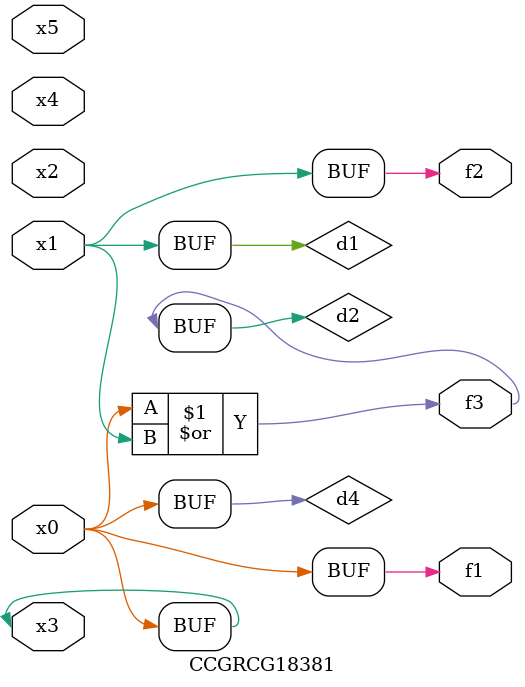
<source format=v>
module CCGRCG18381(
	input x0, x1, x2, x3, x4, x5,
	output f1, f2, f3
);

	wire d1, d2, d3, d4;

	and (d1, x1);
	or (d2, x0, x1);
	nand (d3, x0, x5);
	buf (d4, x0, x3);
	assign f1 = d4;
	assign f2 = d1;
	assign f3 = d2;
endmodule

</source>
